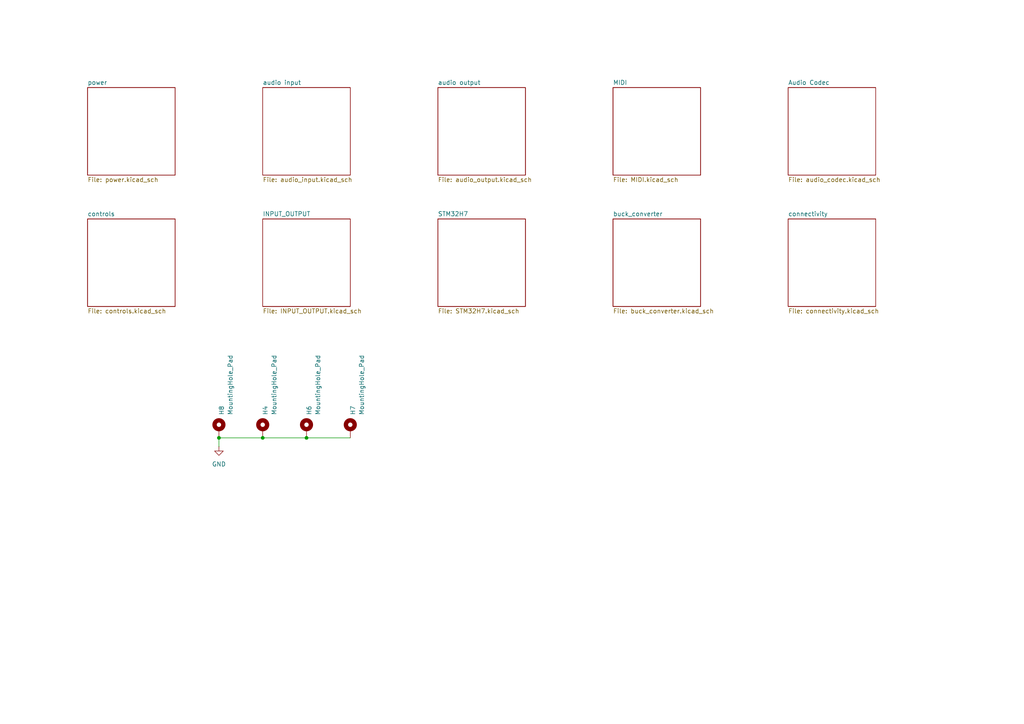
<source format=kicad_sch>
(kicad_sch (version 20250114) (generator "eeschema") (generator_version "9.0")
  (paper "A4")
  (lib_symbols
    (symbol "Mechanical:MountingHole_Pad" (pin_numbers (hide yes)) (pin_names (offset 1.016) (hide yes)) (in_bom no)
      (property "Reference" "H" (at 0 6.35 0))
      (property "Value" "MountingHole_Pad" (at 0 4.445 0))
      (symbol "MountingHole_Pad_0_1"
        (circle (center 0 1.27) (radius 1.27) (stroke (width 1.27)))
      )
      (symbol "MountingHole_Pad_1_1"
        (pin input line (at 0 -2.54 90) (length 2.54) (name "1") (number "1"))
      )
    )
    (symbol "power:GND" (power) (pin_numbers (hide yes)) (pin_names (offset 0) (hide yes))
      (property "Value" "GND" (at 0 -3.81 0))
      (symbol "GND_0_1"
        (polyline (pts (xy 0 0) (xy 0 -1.27) (xy 1.27 -1.27) (xy 0 -2.54) (xy -1.27 -1.27) (xy 0 -1.27)))
      )
      (symbol "GND_1_1"
        (pin power_in line (at 0 0 270) (length 0) (name "~") (number "1"))
      )
    )
  )
  (junction (at 88.9 127))
  (junction (at 63.5 127))
  (junction (at 76.2 127))
  (wire (pts (xy 88.9 127) (xy 101.6 127)))
  (wire (pts (xy 63.5 127) (xy 76.2 127)))
  (wire (pts (xy 63.5 129.54) (xy 63.5 127)))
  (wire (pts (xy 76.2 127) (xy 88.9 127)))
  (symbol (lib_id "Mechanical:MountingHole_Pad") (at 63.5 124.46 0) (unit 1) (in_bom no)
    (property "Reference" "H8" (at 64.262 120.396 90) (effects (justify left)))
    (property "Value" "MountingHole_Pad" (at 66.802 120.396 90) (effects (justify left)))
    (property "Footprint" "MountingHole:MountingHole_3.2mm_M3_Pad_Via" (effects (hide yes)))
    (property "Description" "Mounting Hole with connection" (effects (hide yes)))
  )
  (symbol (lib_id "Mechanical:MountingHole_Pad") (at 76.2 124.46 0) (unit 1) (in_bom no)
    (property "Reference" "H4" (at 76.962 120.396 90) (effects (justify left)))
    (property "Value" "MountingHole_Pad" (at 79.502 120.396 90) (effects (justify left)))
    (property "Footprint" "MountingHole:MountingHole_3.2mm_M3_Pad_Via" (effects (hide yes)))
    (property "Description" "Mounting Hole with connection" (effects (hide yes)))
  )
  (symbol (lib_id "Mechanical:MountingHole_Pad") (at 88.9 124.46 0) (unit 1) (in_bom no)
    (property "Reference" "H6" (at 89.662 120.396 90) (effects (justify left)))
    (property "Value" "MountingHole_Pad" (at 92.202 120.396 90) (effects (justify left)))
    (property "Footprint" "MountingHole:MountingHole_3.2mm_M3_Pad_Via" (effects (hide yes)))
    (property "Description" "Mounting Hole with connection" (effects (hide yes)))
  )
  (symbol (lib_id "Mechanical:MountingHole_Pad") (at 101.6 124.46 0) (unit 1) (in_bom no)
    (property "Reference" "H7" (at 102.362 120.396 90) (effects (justify left)))
    (property "Value" "MountingHole_Pad" (at 104.902 120.396 90) (effects (justify left)))
    (property "Footprint" "MountingHole:MountingHole_3.2mm_M3_Pad_Via" (effects (hide yes)))
    (property "Description" "Mounting Hole with connection" (effects (hide yes)))
  )
  (symbol (lib_id "power:GND") (at 63.5 129.54 0) (unit 1)
    (property "Reference" "#PWR0140" (effects (hide yes)))
    (property "Value" "GND" (at 63.5 134.62 0))
    (property "Description" "Power symbol creates a global label with name \"GND\" , ground" (effects (hide yes)))
  )
  (sheet (at 76.2 25.4) (size 25.4 25.4) (stroke (width 0.1524))
    (property "Sheetname" "audio input" (at 76.2 24.6884 0) (effects (justify left bottom)))
    (property "Sheetfile" "audio_input.kicad_sch" (at 76.2 51.3846 0) (effects (justify left top)))
  )
  (sheet (at 127 25.4) (size 25.4 25.4) (stroke (width 0.1524))
    (property "Sheetname" "audio output" (at 127 24.6884 0) (effects (justify left bottom)))
    (property "Sheetfile" "audio_output.kicad_sch" (at 127 51.3846 0) (effects (justify left top)))
  )
  (sheet (at 177.8 63.5) (size 25.4 25.4) (stroke (width 0.1524))
    (property "Sheetname" "buck_converter" (at 177.8 62.7884 0) (effects (justify left bottom)))
    (property "Sheetfile" "buck_converter.kicad_sch" (at 177.8 89.4846 0) (effects (justify left top)))
  )
  (sheet (at 76.2 63.5) (size 25.4 25.4) (stroke (width 0.1524))
    (property "Sheetname" "INPUT_OUTPUT" (at 76.2 62.7884 0) (effects (justify left bottom)))
    (property "Sheetfile" "INPUT_OUTPUT.kicad_sch" (at 76.2 89.4846 0) (effects (justify left top)))
  )
  (sheet (at 127 63.5) (size 25.4 25.4) (stroke (width 0.1524))
    (property "Sheetname" "STM32H7" (at 127 62.7884 0) (effects (justify left bottom)))
    (property "Sheetfile" "STM32H7.kicad_sch" (at 127 89.4846 0) (effects (justify left top)))
  )
  (sheet (at 177.8 25.4) (size 25.4 25.4) (stroke (width 0.1524))
    (property "Sheetname" "MIDI" (at 177.8 24.6884 0) (effects (justify left bottom)))
    (property "Sheetfile" "MIDI.kicad_sch" (at 177.8 51.3846 0) (effects (justify left top)))
  )
  (sheet (at 228.6 63.5) (size 25.4 25.4) (stroke (width 0.1524))
    (property "Sheetname" "connectivity" (at 228.6 62.7884 0) (effects (justify left bottom)))
    (property "Sheetfile" "connectivity.kicad_sch" (at 228.6 89.4846 0) (effects (justify left top)))
  )
  (sheet (at 25.4 63.5) (size 25.4 25.4) (stroke (width 0.1524))
    (property "Sheetname" "controls" (at 25.4 62.7884 0) (effects (justify left bottom)))
    (property "Sheetfile" "controls.kicad_sch" (at 25.4 89.4846 0) (effects (justify left top)))
  )
  (sheet (at 25.4 25.4) (size 25.4 25.4) (stroke (width 0.1524))
    (property "Sheetname" "power" (at 25.4 24.6884 0) (effects (justify left bottom)))
    (property "Sheetfile" "power.kicad_sch" (at 25.4 51.3846 0) (effects (justify left top)))
  )
  (sheet (at 228.6 25.4) (size 25.4 25.4) (stroke (width 0.1524))
    (property "Sheetname" "Audio Codec" (at 228.6 24.6884 0) (effects (justify left bottom)))
    (property "Sheetfile" "audio_codec.kicad_sch" (at 228.6 51.3846 0) (effects (justify left top)))
  )
)
</source>
